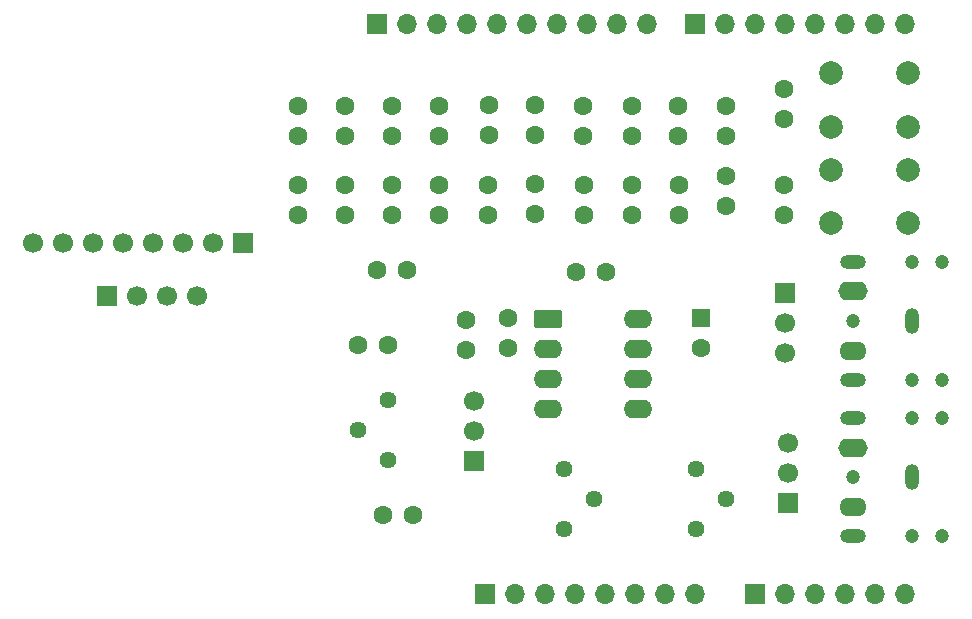
<source format=gbr>
%TF.GenerationSoftware,KiCad,Pcbnew,9.0.7*%
%TF.CreationDate,2026-02-04T01:14:12-07:00*%
%TF.ProjectId,ShieldV1,53686965-6c64-4563-912e-6b696361645f,rev?*%
%TF.SameCoordinates,Original*%
%TF.FileFunction,Soldermask,Bot*%
%TF.FilePolarity,Negative*%
%FSLAX46Y46*%
G04 Gerber Fmt 4.6, Leading zero omitted, Abs format (unit mm)*
G04 Created by KiCad (PCBNEW 9.0.7) date 2026-02-04 01:14:12*
%MOMM*%
%LPD*%
G01*
G04 APERTURE LIST*
G04 Aperture macros list*
%AMRoundRect*
0 Rectangle with rounded corners*
0 $1 Rounding radius*
0 $2 $3 $4 $5 $6 $7 $8 $9 X,Y pos of 4 corners*
0 Add a 4 corners polygon primitive as box body*
4,1,4,$2,$3,$4,$5,$6,$7,$8,$9,$2,$3,0*
0 Add four circle primitives for the rounded corners*
1,1,$1+$1,$2,$3*
1,1,$1+$1,$4,$5*
1,1,$1+$1,$6,$7*
1,1,$1+$1,$8,$9*
0 Add four rect primitives between the rounded corners*
20,1,$1+$1,$2,$3,$4,$5,0*
20,1,$1+$1,$4,$5,$6,$7,0*
20,1,$1+$1,$6,$7,$8,$9,0*
20,1,$1+$1,$8,$9,$2,$3,0*%
G04 Aperture macros list end*
%ADD10R,1.700000X1.700000*%
%ADD11O,1.700000X1.700000*%
%ADD12C,1.600000*%
%ADD13C,2.000000*%
%ADD14C,1.700000*%
%ADD15C,1.200000*%
%ADD16O,2.200000X1.200000*%
%ADD17O,2.300000X1.600000*%
%ADD18O,1.200000X2.200000*%
%ADD19O,2.500000X1.600000*%
%ADD20RoundRect,0.250000X-0.550000X0.550000X-0.550000X-0.550000X0.550000X-0.550000X0.550000X0.550000X0*%
%ADD21C,1.440000*%
%ADD22RoundRect,0.250000X-0.950000X-0.550000X0.950000X-0.550000X0.950000X0.550000X-0.950000X0.550000X0*%
%ADD23O,2.400000X1.600000*%
G04 APERTURE END LIST*
D10*
%TO.C,J1*%
X127940000Y-97460000D03*
D11*
X130480000Y-97460000D03*
X133020000Y-97460000D03*
X135560000Y-97460000D03*
X138100000Y-97460000D03*
X140640000Y-97460000D03*
X143180000Y-97460000D03*
X145720000Y-97460000D03*
%TD*%
D10*
%TO.C,J3*%
X150800000Y-97460000D03*
D11*
X153340000Y-97460000D03*
X155880000Y-97460000D03*
X158420000Y-97460000D03*
X160960000Y-97460000D03*
X163500000Y-97460000D03*
%TD*%
D10*
%TO.C,J2*%
X118796000Y-49200000D03*
D11*
X121336000Y-49200000D03*
X123876000Y-49200000D03*
X126416000Y-49200000D03*
X128956000Y-49200000D03*
X131496000Y-49200000D03*
X134036000Y-49200000D03*
X136576000Y-49200000D03*
X139116000Y-49200000D03*
X141656000Y-49200000D03*
%TD*%
D10*
%TO.C,J4*%
X145720000Y-49200000D03*
D11*
X148260000Y-49200000D03*
X150800000Y-49200000D03*
X153340000Y-49200000D03*
X155880000Y-49200000D03*
X158420000Y-49200000D03*
X160960000Y-49200000D03*
X163500000Y-49200000D03*
%TD*%
D12*
%TO.C,R9*%
X136350000Y-62810000D03*
X136350000Y-65350000D03*
%TD*%
%TO.C,R13*%
X128150000Y-62820000D03*
X128150000Y-65360000D03*
%TD*%
%TO.C,R14*%
X128262000Y-58620000D03*
X128262000Y-56080000D03*
%TD*%
%TO.C,R18*%
X120050000Y-58670000D03*
X120050000Y-56130000D03*
%TD*%
%TO.C,R4*%
X148320000Y-58690000D03*
X148320000Y-56150000D03*
%TD*%
%TO.C,R15*%
X124070000Y-62810000D03*
X124070000Y-65350000D03*
%TD*%
%TO.C,R19*%
X116080000Y-62840000D03*
X116080000Y-65380000D03*
%TD*%
%TO.C,C2*%
X129890000Y-76600000D03*
X129890000Y-74100000D03*
%TD*%
%TO.C,R7*%
X140350000Y-62820000D03*
X140350000Y-65360000D03*
%TD*%
%TO.C,R21*%
X112090000Y-62840000D03*
X112090000Y-65380000D03*
%TD*%
D13*
%TO.C,SW2*%
X163710000Y-66050000D03*
X157210000Y-66050000D03*
X163710000Y-61550000D03*
X157210000Y-61550000D03*
%TD*%
D12*
%TO.C,R20*%
X116090000Y-58670000D03*
X116090000Y-56130000D03*
%TD*%
%TO.C,R6*%
X144310000Y-58680000D03*
X144310000Y-56140000D03*
%TD*%
D10*
%TO.C,J7*%
X153310000Y-71920000D03*
D14*
X153310000Y-74460000D03*
X153310000Y-77000000D03*
%TD*%
D12*
%TO.C,R10*%
X136270000Y-58650000D03*
X136270000Y-56110000D03*
%TD*%
D10*
%TO.C,J5*%
X107460000Y-67730000D03*
D14*
X104920000Y-67730000D03*
X102380000Y-67730000D03*
X99840000Y-67730000D03*
X97300000Y-67730000D03*
X94760000Y-67730000D03*
X92220000Y-67730000D03*
X89680000Y-67730000D03*
%TD*%
D12*
%TO.C,R26*%
X119260000Y-90790000D03*
X121800000Y-90790000D03*
%TD*%
D15*
%TO.C,J11*%
X164090000Y-79330000D03*
X166590000Y-79330000D03*
X159090000Y-74330000D03*
X164090000Y-69330000D03*
X166590000Y-69330000D03*
D16*
X159090000Y-79330000D03*
D17*
X159090000Y-76830000D03*
D18*
X164090000Y-74330000D03*
D16*
X159090000Y-69330000D03*
D19*
X159090000Y-71830000D03*
%TD*%
D12*
%TO.C,R5*%
X144370000Y-62850000D03*
X144370000Y-65390000D03*
%TD*%
D20*
%TO.C,C1*%
X146210000Y-74107620D03*
D12*
X146210000Y-76607620D03*
%TD*%
%TO.C,R24*%
X126360000Y-74240000D03*
X126360000Y-76780000D03*
%TD*%
%TO.C,R12*%
X132180000Y-58620000D03*
X132180000Y-56080000D03*
%TD*%
D13*
%TO.C,SW1*%
X163710000Y-57870000D03*
X157210000Y-57870000D03*
X163710000Y-53370000D03*
X157210000Y-53370000D03*
%TD*%
D12*
%TO.C,R11*%
X132180000Y-62770000D03*
X132180000Y-65310000D03*
%TD*%
%TO.C,R22*%
X112130000Y-58650000D03*
X112130000Y-56110000D03*
%TD*%
D10*
%TO.C,J12*%
X153620000Y-89780000D03*
D14*
X153620000Y-87240000D03*
X153620000Y-84700000D03*
%TD*%
D12*
%TO.C,R1*%
X153220000Y-54670000D03*
X153220000Y-57210000D03*
%TD*%
%TO.C,R27*%
X138180000Y-70180000D03*
X135640000Y-70180000D03*
%TD*%
%TO.C,R17*%
X120030000Y-62800000D03*
X120030000Y-65340000D03*
%TD*%
%TO.C,R25*%
X117180000Y-76360000D03*
X119720000Y-76360000D03*
%TD*%
%TO.C,R16*%
X124070000Y-58650000D03*
X124070000Y-56110000D03*
%TD*%
D21*
%TO.C,RV1*%
X134610000Y-91950000D03*
X137150000Y-89410000D03*
X134610000Y-86870000D03*
%TD*%
D12*
%TO.C,R2*%
X153260000Y-62810000D03*
X153260000Y-65350000D03*
%TD*%
D22*
%TO.C,U1*%
X133300000Y-74170000D03*
D23*
X133300000Y-76710000D03*
X133300000Y-79250000D03*
X133300000Y-81790000D03*
X140920000Y-81790000D03*
X140920000Y-79250000D03*
X140920000Y-76710000D03*
X140920000Y-74170000D03*
%TD*%
D10*
%TO.C,J9*%
X127040000Y-86170000D03*
D14*
X127040000Y-83630000D03*
X127040000Y-81090000D03*
%TD*%
D12*
%TO.C,R3*%
X148340000Y-64610000D03*
X148340000Y-62070000D03*
%TD*%
D15*
%TO.C,J10*%
X164090000Y-92540000D03*
X166590000Y-92540000D03*
X159090000Y-87540000D03*
X164090000Y-82540000D03*
X166590000Y-82540000D03*
D16*
X159090000Y-92540000D03*
D17*
X159090000Y-90040000D03*
D18*
X164090000Y-87540000D03*
D16*
X159090000Y-82540000D03*
D19*
X159090000Y-85040000D03*
%TD*%
D21*
%TO.C,RV3*%
X119705000Y-81000000D03*
X117165000Y-83540000D03*
X119705000Y-86080000D03*
%TD*%
%TO.C,RV2*%
X145810000Y-91950000D03*
X148350000Y-89410000D03*
X145810000Y-86870000D03*
%TD*%
D12*
%TO.C,R8*%
X140370000Y-58690000D03*
X140370000Y-56150000D03*
%TD*%
D10*
%TO.C,J6*%
X95900000Y-72240000D03*
D14*
X98440000Y-72240000D03*
X100980000Y-72240000D03*
X103520000Y-72240000D03*
%TD*%
D12*
%TO.C,R23*%
X121370000Y-70040000D03*
X118830000Y-70040000D03*
%TD*%
M02*

</source>
